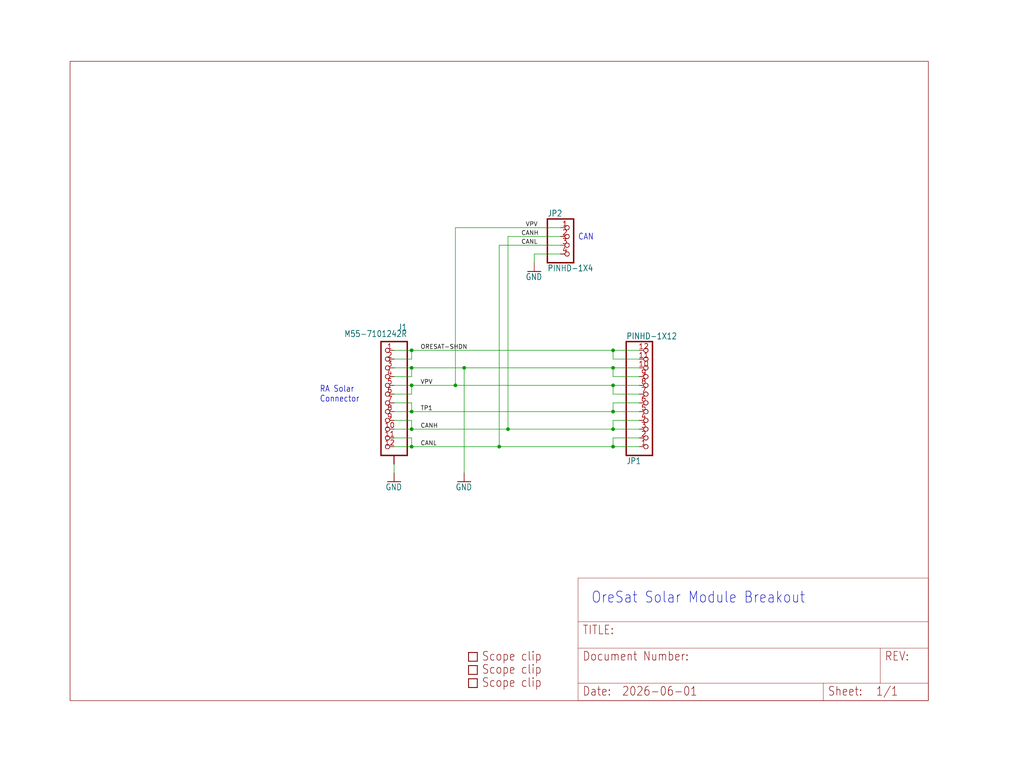
<source format=kicad_sch>
(kicad_sch (version 20250114) (generator "eeschema") (generator_version "9.0")
  (paper "User" 297.002 223.571)
  (lib_symbols
    (symbol "1u_panel_breakout-eagle-import:GND" (power)
      (symbol "GND_1_0"
        (polyline (pts (xy -1.905 0) (xy 1.905 0)) (stroke (width 0.254)))
        (pin power_in line (at 0 2.54 270) (length 2.54) (name "GND") (number "1"))
      )
    )
    (symbol "1u_panel_breakout-eagle-import:LETTER_L"
      (symbol "LETTER_L_1_0"
        (polyline (pts (xy 0 185.42) (xy 248.92 185.42) (xy 248.92 0) (xy 0 0) (xy 0 185.42)))
      )
      (symbol "LETTER_L_2_0"
        (polyline (pts (xy 0 22.86) (xy 0 35.56)) (stroke (width 0.1016)))
        (polyline (pts (xy 0 22.86) (xy 101.6 22.86)) (stroke (width 0.1016)))
        (polyline (pts (xy 0 15.24) (xy 0 22.86)) (stroke (width 0.1016)))
        (polyline (pts (xy 0 5.08) (xy 0 15.24)) (stroke (width 0.1016)))
        (polyline (pts (xy 0 5.08) (xy 71.12 5.08)) (stroke (width 0.1016)))
        (polyline (pts (xy 0 0) (xy 0 5.08)) (stroke (width 0.1016)))
        (polyline (pts (xy 0 0) (xy 71.12 0)) (stroke (width 0.1016)))
        (polyline (pts (xy 71.12 5.08) (xy 71.12 0)) (stroke (width 0.1016)))
        (polyline (pts (xy 71.12 5.08) (xy 87.63 5.08)) (stroke (width 0.1016)))
        (polyline (pts (xy 71.12 0) (xy 101.6 0)) (stroke (width 0.1016)))
        (polyline (pts (xy 87.63 15.24) (xy 0 15.24)) (stroke (width 0.1016)))
        (polyline (pts (xy 87.63 15.24) (xy 87.63 5.08)) (stroke (width 0.1016)))
        (polyline (pts (xy 87.63 5.08) (xy 101.6 5.08)) (stroke (width 0.1016)))
        (polyline (pts (xy 101.6 35.56) (xy 0 35.56)) (stroke (width 0.1016)))
        (polyline (pts (xy 101.6 35.56) (xy 101.6 22.86)) (stroke (width 0.1016)))
        (polyline (pts (xy 101.6 22.86) (xy 101.6 15.24)) (stroke (width 0.1016)))
        (polyline (pts (xy 101.6 15.24) (xy 87.63 15.24)) (stroke (width 0.1016)))
        (polyline (pts (xy 101.6 15.24) (xy 101.6 5.08)) (stroke (width 0.1016)))
        (polyline (pts (xy 101.6 5.08) (xy 101.6 0)) (stroke (width 0.1016)))
        (text "TITLE:" (at 1.27 19.05 0) (effects (font (size 2.54 2.159)) (justify left bottom)))
        (text "Document Number:" (at 1.27 11.43 0) (effects (font (size 2.54 2.159)) (justify left bottom)))
        (text "Date:" (at 1.27 1.27 0) (effects (font (size 2.54 2.159)) (justify left bottom)))
        (text "${CURRENT_DATE}" (at 12.7 1.27 0) (effects (font (size 2.54 2.159)) (justify left bottom)))
        (text "${PROJECTNAME}" (at 17.78 19.05 0) (effects (font (size 2.54 2.159)) (justify left bottom)))
        (text "Sheet:" (at 72.39 1.27 0) (effects (font (size 2.54 2.159)) (justify left bottom)))
        (text "${#}/${##}" (at 86.36 1.27 0) (effects (font (size 2.54 2.159)) (justify left bottom)))
        (text "REV:" (at 88.9 11.43 0) (effects (font (size 2.54 2.159)) (justify left bottom)))
      )
    )
    (symbol "1u_panel_breakout-eagle-import:M55-7101242R"
      (property "Reference" "J" (at -6.35 18.415 0))
      (symbol "M55-7101242R_1_0"
        (polyline (pts (xy -6.35 15.24) (xy -6.35 -17.78)) (stroke (width 0.4064)))
        (polyline (pts (xy -6.35 -17.78) (xy 1.27 -17.78)) (stroke (width 0.4064)))
        (polyline (pts (xy 1.27 15.24) (xy -6.35 15.24)) (stroke (width 0.4064)))
        (polyline (pts (xy 1.27 -17.78) (xy 1.27 15.24)) (stroke (width 0.4064)))
        (pin passive inverted (at -2.54 12.7 0) (length 2.54) (name "1") (number "1"))
        (pin passive inverted (at -2.54 10.16 0) (length 2.54) (name "2") (number "2"))
        (pin passive inverted (at -2.54 7.62 0) (length 2.54) (name "3") (number "3"))
        (pin passive inverted (at -2.54 5.08 0) (length 2.54) (name "4") (number "4"))
        (pin passive inverted (at -2.54 2.54 0) (length 2.54) (name "5") (number "5"))
        (pin passive inverted (at -2.54 0 0) (length 2.54) (name "6") (number "6"))
        (pin passive inverted (at -2.54 -2.54 0) (length 2.54) (name "7") (number "7"))
        (pin passive inverted (at -2.54 -5.08 0) (length 2.54) (name "8") (number "8"))
        (pin passive inverted (at -2.54 -7.62 0) (length 2.54) (name "9") (number "9"))
        (pin passive inverted (at -2.54 -10.16 0) (length 2.54) (name "10") (number "10"))
        (pin passive inverted (at -2.54 -12.7 0) (length 2.54) (name "11") (number "11"))
        (pin passive inverted (at -2.54 -15.24 0) (length 2.54) (name "12") (number "12"))
        (pin passive line (at -2.54 -20.32 90) (length 2.54) (name "SHIELD") (number "P$1"))
        (pin passive line (at -2.54 -20.32 90) (length 2.54) (name "SHIELD") (number "P$2"))
        (pin passive line (at -2.54 -20.32 90) (length 2.54) (name "SHIELD") (number "P$3"))
        (pin passive line (at -2.54 -20.32 90) (length 2.54) (name "SHIELD") (number "P$4"))
      )
    )
    (symbol "1u_panel_breakout-eagle-import:PINHD-1X12"
      (property "Reference" "JP" (at -6.35 15.875 0))
      (symbol "PINHD-1X12_1_0"
        (polyline (pts (xy -6.35 15.24) (xy -6.35 -17.78)) (stroke (width 0.4064)))
        (polyline (pts (xy -6.35 -17.78) (xy 1.27 -17.78)) (stroke (width 0.4064)))
        (polyline (pts (xy 1.27 15.24) (xy -6.35 15.24)) (stroke (width 0.4064)))
        (polyline (pts (xy 1.27 -17.78) (xy 1.27 15.24)) (stroke (width 0.4064)))
        (pin passive inverted (at -2.54 12.7 0) (length 2.54) (name "1") (number "1"))
        (pin passive inverted (at -2.54 10.16 0) (length 2.54) (name "2") (number "2"))
        (pin passive inverted (at -2.54 7.62 0) (length 2.54) (name "3") (number "3"))
        (pin passive inverted (at -2.54 5.08 0) (length 2.54) (name "4") (number "4"))
        (pin passive inverted (at -2.54 2.54 0) (length 2.54) (name "5") (number "5"))
        (pin passive inverted (at -2.54 0 0) (length 2.54) (name "6") (number "6"))
        (pin passive inverted (at -2.54 -2.54 0) (length 2.54) (name "7") (number "7"))
        (pin passive inverted (at -2.54 -5.08 0) (length 2.54) (name "8") (number "8"))
        (pin passive inverted (at -2.54 -7.62 0) (length 2.54) (name "9") (number "9"))
        (pin passive inverted (at -2.54 -10.16 0) (length 2.54) (name "10") (number "10"))
        (pin passive inverted (at -2.54 -12.7 0) (length 2.54) (name "11") (number "11"))
        (pin passive inverted (at -2.54 -15.24 0) (length 2.54) (name "12") (number "12"))
      )
    )
    (symbol "1u_panel_breakout-eagle-import:PINHD-1X4"
      (property "Reference" "JP" (at -6.35 8.255 0))
      (symbol "PINHD-1X4_1_0"
        (polyline (pts (xy -6.35 7.62) (xy -6.35 -5.08)) (stroke (width 0.4064)))
        (polyline (pts (xy -6.35 -5.08) (xy 1.27 -5.08)) (stroke (width 0.4064)))
        (polyline (pts (xy 1.27 7.62) (xy -6.35 7.62)) (stroke (width 0.4064)))
        (polyline (pts (xy 1.27 -5.08) (xy 1.27 7.62)) (stroke (width 0.4064)))
        (pin passive inverted (at -2.54 5.08 0) (length 2.54) (name "1") (number "1"))
        (pin passive inverted (at -2.54 2.54 0) (length 2.54) (name "2") (number "2"))
        (pin passive inverted (at -2.54 0 0) (length 2.54) (name "3") (number "3"))
        (pin passive inverted (at -2.54 -2.54 0) (length 2.54) (name "4") (number "4"))
      )
    )
    (symbol "1u_panel_breakout-eagle-import:SCOPE_CLIP"
      (symbol "SCOPE_CLIP_1_0"
        (polyline (pts (xy -1.27 1.27) (xy 1.27 1.27)) (stroke (width 0.254)))
        (polyline (pts (xy -1.27 -1.27) (xy -1.27 1.27)) (stroke (width 0.254)))
        (polyline (pts (xy 1.27 1.27) (xy 1.27 -1.27)) (stroke (width 0.254)))
        (polyline (pts (xy 1.27 -1.27) (xy -1.27 -1.27)) (stroke (width 0.254)))
        (text "Scope clip" (at 2.54 -1.27 0) (effects (font (size 2.54 2.159)) (justify left bottom)))
      )
    )
  )
  (text "CAN" (at 167.64 69.85 0) (effects (font (size 1.778 1.5113)) (justify left bottom)))
  (text "OreSat Solar Module Breakout" (at 171.45 175.26 0) (effects (font (size 3.175 2.6987)) (justify left bottom)))
  (text "RA Solar\nConnector" (at 92.71 116.84 0) (effects (font (size 1.778 1.5113)) (justify left bottom)))
  (junction (at 119.38 111.76))
  (junction (at 119.38 101.6))
  (junction (at 144.78 129.54))
  (junction (at 119.38 106.68))
  (junction (at 177.8 119.38))
  (junction (at 119.38 119.38))
  (junction (at 119.38 124.46))
  (junction (at 177.8 129.54))
  (junction (at 177.8 124.46))
  (junction (at 177.8 106.68))
  (junction (at 177.8 111.76))
  (junction (at 132.08 111.76))
  (junction (at 134.62 106.68))
  (junction (at 177.8 101.6))
  (junction (at 147.32 124.46))
  (junction (at 119.38 129.54))
  (wire (pts (xy 185.42 127) (xy 177.8 127)) (stroke (width 0.1524)))
  (wire (pts (xy 132.08 66.04) (xy 162.56 66.04)) (stroke (width 0.1524)))
  (wire (pts (xy 177.8 106.68) (xy 185.42 106.68)) (stroke (width 0.1524)))
  (wire (pts (xy 119.38 124.46) (xy 147.32 124.46)) (stroke (width 0.1524)))
  (wire (pts (xy 119.38 119.38) (xy 119.38 116.84)) (stroke (width 0.1524)))
  (wire (pts (xy 119.38 119.38) (xy 114.3 119.38)) (stroke (width 0.1524)))
  (wire (pts (xy 119.38 127) (xy 119.38 129.54)) (stroke (width 0.1524)))
  (wire (pts (xy 132.08 111.76) (xy 177.8 111.76)) (stroke (width 0.1524)))
  (wire (pts (xy 177.8 121.92) (xy 177.8 124.46)) (stroke (width 0.1524)))
  (wire (pts (xy 185.42 109.22) (xy 177.8 109.22)) (stroke (width 0.1524)))
  (wire (pts (xy 114.3 124.46) (xy 119.38 124.46)) (stroke (width 0.1524)))
  (wire (pts (xy 177.8 111.76) (xy 185.42 111.76)) (stroke (width 0.1524)))
  (wire (pts (xy 185.42 121.92) (xy 177.8 121.92)) (stroke (width 0.1524)))
  (wire (pts (xy 114.3 111.76) (xy 119.38 111.76)) (stroke (width 0.1524)))
  (wire (pts (xy 114.3 104.14) (xy 119.38 104.14)) (stroke (width 0.1524)))
  (wire (pts (xy 177.8 116.84) (xy 177.8 119.38)) (stroke (width 0.1524)))
  (wire (pts (xy 119.38 129.54) (xy 144.78 129.54)) (stroke (width 0.1524)))
  (wire (pts (xy 114.3 106.68) (xy 119.38 106.68)) (stroke (width 0.1524)))
  (wire (pts (xy 114.3 121.92) (xy 119.38 121.92)) (stroke (width 0.1524)))
  (wire (pts (xy 134.62 106.68) (xy 177.8 106.68)) (stroke (width 0.1524)))
  (wire (pts (xy 177.8 116.84) (xy 185.42 116.84)) (stroke (width 0.1524)))
  (wire (pts (xy 177.8 109.22) (xy 177.8 106.68)) (stroke (width 0.1524)))
  (wire (pts (xy 132.08 111.76) (xy 132.08 66.04)) (stroke (width 0.1524)))
  (wire (pts (xy 177.8 114.3) (xy 177.8 111.76)) (stroke (width 0.1524)))
  (wire (pts (xy 177.8 129.54) (xy 185.42 129.54)) (stroke (width 0.1524)))
  (wire (pts (xy 185.42 104.14) (xy 177.8 104.14)) (stroke (width 0.1524)))
  (wire (pts (xy 114.3 137.16) (xy 114.3 134.62)) (stroke (width 0.1524)))
  (wire (pts (xy 114.3 114.3) (xy 119.38 114.3)) (stroke (width 0.1524)))
  (wire (pts (xy 185.42 119.38) (xy 177.8 119.38)) (stroke (width 0.1524)))
  (wire (pts (xy 119.38 121.92) (xy 119.38 124.46)) (stroke (width 0.1524)))
  (wire (pts (xy 119.38 119.38) (xy 177.8 119.38)) (stroke (width 0.1524)))
  (wire (pts (xy 185.42 114.3) (xy 177.8 114.3)) (stroke (width 0.1524)))
  (wire (pts (xy 147.32 124.46) (xy 177.8 124.46)) (stroke (width 0.1524)))
  (wire (pts (xy 154.94 76.2) (xy 154.94 73.66)) (stroke (width 0.1524)))
  (wire (pts (xy 177.8 127) (xy 177.8 129.54)) (stroke (width 0.1524)))
  (wire (pts (xy 119.38 106.68) (xy 134.62 106.68)) (stroke (width 0.1524)))
  (wire (pts (xy 119.38 111.76) (xy 132.08 111.76)) (stroke (width 0.1524)))
  (wire (pts (xy 147.32 68.58) (xy 162.56 68.58)) (stroke (width 0.1524)))
  (wire (pts (xy 119.38 114.3) (xy 119.38 111.76)) (stroke (width 0.1524)))
  (wire (pts (xy 114.3 116.84) (xy 119.38 116.84)) (stroke (width 0.1524)))
  (wire (pts (xy 144.78 129.54) (xy 177.8 129.54)) (stroke (width 0.1524)))
  (wire (pts (xy 177.8 101.6) (xy 185.42 101.6)) (stroke (width 0.1524)))
  (wire (pts (xy 162.56 71.12) (xy 144.78 71.12)) (stroke (width 0.1524)))
  (wire (pts (xy 119.38 101.6) (xy 177.8 101.6)) (stroke (width 0.1524)))
  (wire (pts (xy 177.8 124.46) (xy 185.42 124.46)) (stroke (width 0.1524)))
  (wire (pts (xy 119.38 109.22) (xy 119.38 106.68)) (stroke (width 0.1524)))
  (wire (pts (xy 154.94 73.66) (xy 162.56 73.66)) (stroke (width 0.1524)))
  (wire (pts (xy 134.62 137.16) (xy 134.62 106.68)) (stroke (width 0.1524)))
  (wire (pts (xy 114.3 129.54) (xy 119.38 129.54)) (stroke (width 0.1524)))
  (wire (pts (xy 147.32 68.58) (xy 147.32 124.46)) (stroke (width 0.1524)))
  (wire (pts (xy 114.3 127) (xy 119.38 127)) (stroke (width 0.1524)))
  (wire (pts (xy 119.38 104.14) (xy 119.38 101.6)) (stroke (width 0.1524)))
  (wire (pts (xy 114.3 109.22) (xy 119.38 109.22)) (stroke (width 0.1524)))
  (wire (pts (xy 144.78 71.12) (xy 144.78 129.54)) (stroke (width 0.1524)))
  (wire (pts (xy 114.3 101.6) (xy 119.38 101.6)) (stroke (width 0.1524)))
  (wire (pts (xy 177.8 104.14) (xy 177.8 101.6)) (stroke (width 0.1524)))
  (label "TP1" (at 121.92 119.38 0) (effects (font (size 1.2446 1.2446))))
  (label "CANH" (at 151.13 68.58 0) (effects (font (size 1.2446 1.2446))))
  (label "CANL" (at 121.92 129.54 0) (effects (font (size 1.2446 1.2446))))
  (label "CANL" (at 151.13 71.12 0) (effects (font (size 1.2446 1.2446))))
  (label "VPV" (at 152.4 66.04 0) (effects (font (size 1.2446 1.2446))))
  (label "ORESAT-SHDN" (at 121.92 101.6 0) (effects (font (size 1.2446 1.2446))))
  (label "VPV" (at 121.92 111.76 0) (effects (font (size 1.2446 1.2446))))
  (label "CANH" (at 121.92 124.46 0) (effects (font (size 1.2446 1.2446))))
  (symbol (lib_id "1u_panel_breakout-eagle-import:GND") (at 114.3 139.7 0) (unit 1)
    (property "Reference" "#GND3" (effects (hide yes)))
    (property "Value" "GND" (at 111.76 142.24 0) (effects (font (size 1.778 1.5113)) (justify left bottom)))
  )
  (symbol (lib_id "1u_panel_breakout-eagle-import:GND") (at 134.62 139.7 0) (unit 1)
    (property "Reference" "#GND1" (effects (hide yes)))
    (property "Value" "GND" (at 132.08 142.24 0) (effects (font (size 1.778 1.5113)) (justify left bottom)))
  )
  (symbol (lib_id "1u_panel_breakout-eagle-import:PINHD-1X12") (at 187.96 116.84 0) (mirror x) (unit 1)
    (property "Reference" "JP1" (at 181.61 132.715 0) (effects (font (size 1.778 1.5113)) (justify left bottom)))
    (property "Value" "PINHD-1X12" (at 181.61 96.52 0) (effects (font (size 1.778 1.5113)) (justify left bottom)))
    (property "Footprint" "1u_panel_breakout:1X12" (effects (hide yes)))
  )
  (symbol (lib_id "1u_panel_breakout-eagle-import:GND") (at 154.94 78.74 0) (unit 1)
    (property "Reference" "#GND2" (effects (hide yes)))
    (property "Value" "GND" (at 152.4 81.28 0) (effects (font (size 1.778 1.5113)) (justify left bottom)))
  )
  (symbol (lib_id "1u_panel_breakout-eagle-import:SCOPE_CLIP") (at 137.16 194.31 0) (unit 1)
    (property "Reference" "U$2" (effects (hide yes)))
    (property "Value" "SCOPE_CLIP" (effects (hide yes)))
    (property "Footprint" "1u_panel_breakout:SCOPE_CLIP" (effects (hide yes)))
  )
  (symbol (lib_id "1u_panel_breakout-eagle-import:M55-7101242R") (at 111.76 114.3 0) (mirror y) (unit 1)
    (property "Reference" "J1" (at 118.11 95.885 0) (effects (font (size 1.778 1.5113)) (justify left bottom)))
    (property "Value" "M55-7101242R" (at 118.11 97.79 0) (effects (font (size 1.778 1.5113)) (justify left bottom)))
    (property "Footprint" "1u_panel_breakout:M55-7101242R" (effects (hide yes)))
  )
  (symbol (lib_id "1u_panel_breakout-eagle-import:LETTER_L") (at 167.64 203.2 0) (unit 2)
    (property "Reference" "#FRAME1" (effects (hide yes)))
    (property "Value" "LETTER_L" (effects (hide yes)))
  )
  (symbol (lib_id "1u_panel_breakout-eagle-import:SCOPE_CLIP") (at 137.16 190.5 0) (unit 1)
    (property "Reference" "U$3" (effects (hide yes)))
    (property "Value" "SCOPE_CLIP" (effects (hide yes)))
    (property "Footprint" "1u_panel_breakout:SCOPE_CLIP" (effects (hide yes)))
  )
  (symbol (lib_id "1u_panel_breakout-eagle-import:PINHD-1X4") (at 165.1 71.12 0) (unit 1)
    (property "Reference" "JP2" (at 158.75 62.865 0) (effects (font (size 1.778 1.5113)) (justify left bottom)))
    (property "Value" "PINHD-1X4" (at 158.75 78.74 0) (effects (font (size 1.778 1.5113)) (justify left bottom)))
    (property "Footprint" "1u_panel_breakout:1X04" (effects (hide yes)))
  )
  (symbol (lib_id "1u_panel_breakout-eagle-import:LETTER_L") (at 20.32 203.2 0) (unit 1)
    (property "Reference" "#FRAME1" (effects (hide yes)))
    (property "Value" "LETTER_L" (effects (hide yes)))
  )
  (symbol (lib_id "1u_panel_breakout-eagle-import:SCOPE_CLIP") (at 137.16 198.12 0) (unit 1)
    (property "Reference" "U$1" (effects (hide yes)))
    (property "Value" "SCOPE_CLIP" (effects (hide yes)))
    (property "Footprint" "1u_panel_breakout:SCOPE_CLIP" (effects (hide yes)))
  )
)
</source>
